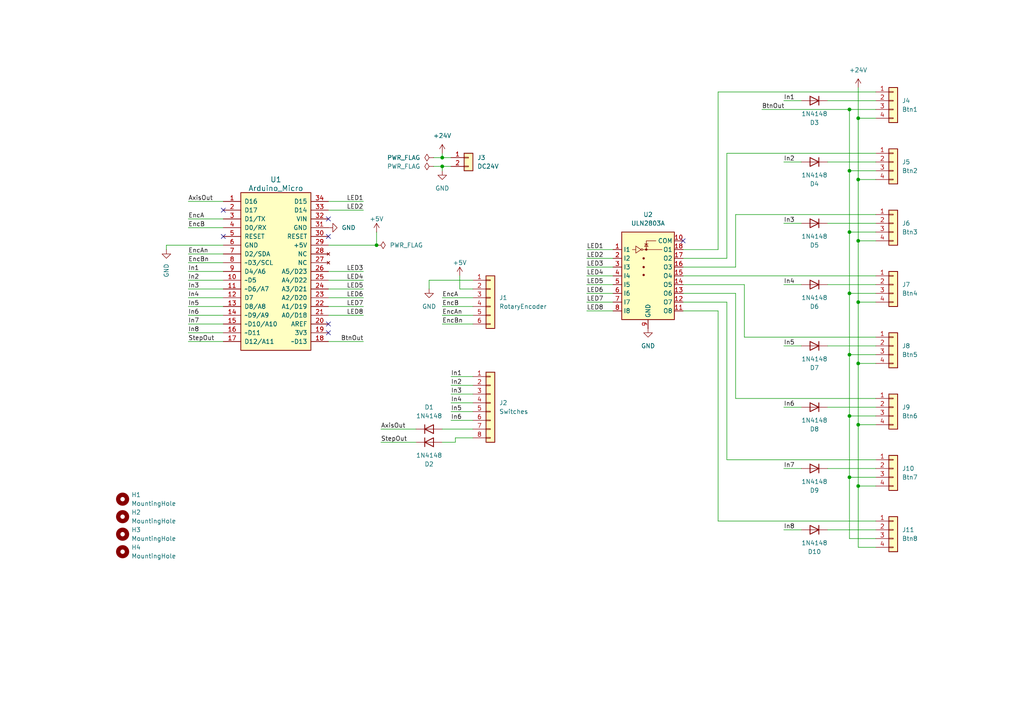
<source format=kicad_sch>
(kicad_sch (version 20231120) (generator "eeschema") (generator_version "8.0")
  (paper "A4")
  (lib_symbols
    (symbol "Arduino:Arduino_Micro" (pin_names (offset 1.016))
      (property "Reference" "U" (at -10.16 26.67 0))
      (property "Value" "Arduino_Micro" (at -2.54 24.13 0))
      (symbol "Arduino_Micro_0_1"
        (rectangle (start -10.16 22.86) (end 10.16 -22.86) (stroke (width 0.254)) (fill (type background)))
      )
      (symbol "Arduino_Micro_1_1"
        (pin bidirectional line (at -15.24 20.32 0) (length 5.08) (name "D16") (number "1"))
        (pin bidirectional line (at -15.24 -2.54 0) (length 5.08) (name "~D5") (number "10"))
        (pin bidirectional line (at -15.24 -5.08 0) (length 5.08) (name "~D6/A7") (number "11"))
        (pin bidirectional line (at -15.24 -7.62 0) (length 5.08) (name "D7") (number "12"))
        (pin bidirectional line (at -15.24 -10.16 0) (length 5.08) (name "D8/A8") (number "13"))
        (pin bidirectional line (at -15.24 -12.7 0) (length 5.08) (name "~D9/A9") (number "14"))
        (pin bidirectional line (at -15.24 -15.24 0) (length 5.08) (name "~D10/A10") (number "15"))
        (pin bidirectional line (at -15.24 -17.78 0) (length 5.08) (name "~D11") (number "16"))
        (pin bidirectional line (at -15.24 -20.32 0) (length 5.08) (name "D12/A11") (number "17"))
        (pin bidirectional line (at 15.24 -20.32 180) (length 5.08) (name "~D13") (number "18"))
        (pin power_out line (at 15.24 -17.78 180) (length 5.08) (name "3V3") (number "19"))
        (pin bidirectional line (at -15.24 17.78 0) (length 5.08) (name "D17") (number "2"))
        (pin input line (at 15.24 -15.24 180) (length 5.08) (name "AREF") (number "20"))
        (pin bidirectional line (at 15.24 -12.7 180) (length 5.08) (name "A0/D18") (number "21"))
        (pin bidirectional line (at 15.24 -10.16 180) (length 5.08) (name "A1/D19") (number "22"))
        (pin bidirectional line (at 15.24 -7.62 180) (length 5.08) (name "A2/D20") (number "23"))
        (pin bidirectional line (at 15.24 -5.08 180) (length 5.08) (name "A3/D21") (number "24"))
        (pin bidirectional line (at 15.24 -2.54 180) (length 5.08) (name "A4/D22") (number "25"))
        (pin bidirectional line (at 15.24 0 180) (length 5.08) (name "A5/D23") (number "26"))
        (pin no_connect line (at 15.24 2.54 180) (length 5.08) (name "NC") (number "27"))
        (pin no_connect line (at 15.24 5.08 180) (length 5.08) (name "NC") (number "28"))
        (pin power_in line (at 15.24 7.62 180) (length 5.08) (name "+5V") (number "29"))
        (pin bidirectional line (at -15.24 15.24 0) (length 5.08) (name "D1/TX") (number "3"))
        (pin input line (at 15.24 10.16 180) (length 5.08) (name "RESET") (number "30"))
        (pin power_in line (at 15.24 12.7 180) (length 5.08) (name "GND") (number "31"))
        (pin power_out line (at 15.24 15.24 180) (length 5.08) (name "VIN") (number "32"))
        (pin bidirectional line (at 15.24 17.78 180) (length 5.08) (name "D14") (number "33"))
        (pin bidirectional line (at 15.24 20.32 180) (length 5.08) (name "D15") (number "34"))
        (pin bidirectional line (at -15.24 12.7 0) (length 5.08) (name "D0/RX") (number "4"))
        (pin input line (at -15.24 10.16 0) (length 5.08) (name "RESET") (number "5"))
        (pin power_in line (at -15.24 7.62 0) (length 5.08) (name "GND") (number "6"))
        (pin bidirectional line (at -15.24 5.08 0) (length 5.08) (name "D2/SDA") (number "7"))
        (pin bidirectional line (at -15.24 2.54 0) (length 5.08) (name "~D3/SCL") (number "8"))
        (pin bidirectional line (at -15.24 0 0) (length 5.08) (name "D4/A6") (number "9"))
      )
    )
    (symbol "Connector_Generic:Conn_01x02" (pin_names (offset 1.016) hide)
      (property "Reference" "J" (at 0 2.54 0))
      (property "Value" "Conn_01x02" (at 0 -5.08 0))
      (symbol "Conn_01x02_1_1"
        (rectangle (start -1.27 -2.413) (end 0 -2.667) (stroke (width 0.1524)))
        (rectangle (start -1.27 0.127) (end 0 -0.127) (stroke (width 0.1524)))
        (rectangle (start -1.27 1.27) (end 1.27 -3.81) (stroke (width 0.254)) (fill (type background)))
        (pin passive line (at -5.08 0 0) (length 3.81) (name "Pin_1") (number "1"))
        (pin passive line (at -5.08 -2.54 0) (length 3.81) (name "Pin_2") (number "2"))
      )
    )
    (symbol "Connector_Generic:Conn_01x04" (pin_names (offset 1.016) hide)
      (property "Reference" "J" (at 0 5.08 0))
      (property "Value" "Conn_01x04" (at 0 -7.62 0))
      (symbol "Conn_01x04_1_1"
        (rectangle (start -1.27 -4.953) (end 0 -5.207) (stroke (width 0.1524)))
        (rectangle (start -1.27 -2.413) (end 0 -2.667) (stroke (width 0.1524)))
        (rectangle (start -1.27 0.127) (end 0 -0.127) (stroke (width 0.1524)))
        (rectangle (start -1.27 2.667) (end 0 2.413) (stroke (width 0.1524)))
        (rectangle (start -1.27 3.81) (end 1.27 -6.35) (stroke (width 0.254)) (fill (type background)))
        (pin passive line (at -5.08 2.54 0) (length 3.81) (name "Pin_1") (number "1"))
        (pin passive line (at -5.08 0 0) (length 3.81) (name "Pin_2") (number "2"))
        (pin passive line (at -5.08 -2.54 0) (length 3.81) (name "Pin_3") (number "3"))
        (pin passive line (at -5.08 -5.08 0) (length 3.81) (name "Pin_4") (number "4"))
      )
    )
    (symbol "Connector_Generic:Conn_01x06" (pin_names (offset 1.016) hide)
      (property "Reference" "J" (at 0 7.62 0))
      (property "Value" "Conn_01x06" (at 0 -10.16 0))
      (symbol "Conn_01x06_1_1"
        (rectangle (start -1.27 -7.493) (end 0 -7.747) (stroke (width 0.1524)))
        (rectangle (start -1.27 -4.953) (end 0 -5.207) (stroke (width 0.1524)))
        (rectangle (start -1.27 -2.413) (end 0 -2.667) (stroke (width 0.1524)))
        (rectangle (start -1.27 0.127) (end 0 -0.127) (stroke (width 0.1524)))
        (rectangle (start -1.27 2.667) (end 0 2.413) (stroke (width 0.1524)))
        (rectangle (start -1.27 5.207) (end 0 4.953) (stroke (width 0.1524)))
        (rectangle (start -1.27 6.35) (end 1.27 -8.89) (stroke (width 0.254)) (fill (type background)))
        (pin passive line (at -5.08 5.08 0) (length 3.81) (name "Pin_1") (number "1"))
        (pin passive line (at -5.08 2.54 0) (length 3.81) (name "Pin_2") (number "2"))
        (pin passive line (at -5.08 0 0) (length 3.81) (name "Pin_3") (number "3"))
        (pin passive line (at -5.08 -2.54 0) (length 3.81) (name "Pin_4") (number "4"))
        (pin passive line (at -5.08 -5.08 0) (length 3.81) (name "Pin_5") (number "5"))
        (pin passive line (at -5.08 -7.62 0) (length 3.81) (name "Pin_6") (number "6"))
      )
    )
    (symbol "Connector_Generic:Conn_01x08" (pin_names (offset 1.016) hide)
      (property "Reference" "J" (at 0 10.16 0))
      (property "Value" "Conn_01x08" (at 0 -12.7 0))
      (symbol "Conn_01x08_1_1"
        (rectangle (start -1.27 -10.033) (end 0 -10.287) (stroke (width 0.1524)))
        (rectangle (start -1.27 -7.493) (end 0 -7.747) (stroke (width 0.1524)))
        (rectangle (start -1.27 -4.953) (end 0 -5.207) (stroke (width 0.1524)))
        (rectangle (start -1.27 -2.413) (end 0 -2.667) (stroke (width 0.1524)))
        (rectangle (start -1.27 0.127) (end 0 -0.127) (stroke (width 0.1524)))
        (rectangle (start -1.27 2.667) (end 0 2.413) (stroke (width 0.1524)))
        (rectangle (start -1.27 5.207) (end 0 4.953) (stroke (width 0.1524)))
        (rectangle (start -1.27 7.747) (end 0 7.493) (stroke (width 0.1524)))
        (rectangle (start -1.27 8.89) (end 1.27 -11.43) (stroke (width 0.254)) (fill (type background)))
        (pin passive line (at -5.08 7.62 0) (length 3.81) (name "Pin_1") (number "1"))
        (pin passive line (at -5.08 5.08 0) (length 3.81) (name "Pin_2") (number "2"))
        (pin passive line (at -5.08 2.54 0) (length 3.81) (name "Pin_3") (number "3"))
        (pin passive line (at -5.08 0 0) (length 3.81) (name "Pin_4") (number "4"))
        (pin passive line (at -5.08 -2.54 0) (length 3.81) (name "Pin_5") (number "5"))
        (pin passive line (at -5.08 -5.08 0) (length 3.81) (name "Pin_6") (number "6"))
        (pin passive line (at -5.08 -7.62 0) (length 3.81) (name "Pin_7") (number "7"))
        (pin passive line (at -5.08 -10.16 0) (length 3.81) (name "Pin_8") (number "8"))
      )
    )
    (symbol "Diode:1N4148" (pin_numbers hide) (pin_names hide)
      (property "Reference" "D" (at 0 2.54 0))
      (property "Value" "1N4148" (at 0 -2.54 0))
      (symbol "1N4148_0_1"
        (polyline (pts (xy -1.27 1.27) (xy -1.27 -1.27)) (stroke (width 0.254)))
        (polyline (pts (xy 1.27 0) (xy -1.27 0)))
        (polyline (pts (xy 1.27 1.27) (xy 1.27 -1.27) (xy -1.27 0) (xy 1.27 1.27)) (stroke (width 0.254)))
      )
      (symbol "1N4148_1_1"
        (pin passive line (at -3.81 0 0) (length 2.54) (name "K") (number "1"))
        (pin passive line (at 3.81 0 180) (length 2.54) (name "A") (number "2"))
      )
    )
    (symbol "Mechanical:MountingHole" (pin_names (offset 1.016))
      (property "Reference" "H" (at 0 5.08 0))
      (property "Value" "MountingHole" (at 0 3.175 0))
      (symbol "MountingHole_0_1"
        (circle (center 0 0) (radius 1.27) (stroke (width 1.27)))
      )
    )
    (symbol "Transistor_Array:ULN2803A"
      (property "Reference" "U" (at 0 13.335 0))
      (property "Value" "ULN2803A" (at 0 11.43 0))
      (symbol "ULN2803A_0_1"
        (rectangle (start -7.62 -15.24) (end 7.62 10.16) (stroke (width 0.254)) (fill (type background)))
        (circle (center -1.778 5.08) (radius 0.254))
        (circle (center -1.27 -2.286) (radius 0.254) (fill (type outline)))
        (circle (center -1.27 0) (radius 0.254) (fill (type outline)))
        (circle (center -1.27 2.54) (radius 0.254) (fill (type outline)))
        (circle (center -0.508 5.08) (radius 0.254) (fill (type outline)))
        (polyline (pts (xy -4.572 5.08) (xy -3.556 5.08)))
        (polyline (pts (xy -1.524 5.08) (xy 4.064 5.08)))
        (polyline (pts (xy 0 6.731) (xy -1.016 6.731)))
        (polyline (pts (xy -0.508 5.08) (xy -0.508 7.62) (xy 2.286 7.62)))
        (polyline (pts (xy -3.556 6.096) (xy -3.556 4.064) (xy -2.032 5.08) (xy -3.556 6.096)))
        (polyline (pts (xy 0 5.969) (xy -1.016 5.969) (xy -0.508 6.731) (xy 0 5.969)))
      )
      (symbol "ULN2803A_1_1"
        (pin input line (at -10.16 5.08 0) (length 2.54) (name "I1") (number "1"))
        (pin passive line (at 10.16 7.62 180) (length 2.54) (name "COM") (number "10"))
        (pin open_collector line (at 10.16 -12.7 180) (length 2.54) (name "O8") (number "11"))
        (pin open_collector line (at 10.16 -10.16 180) (length 2.54) (name "O7") (number "12"))
        (pin open_collector line (at 10.16 -7.62 180) (length 2.54) (name "O6") (number "13"))
        (pin open_collector line (at 10.16 -5.08 180) (length 2.54) (name "O5") (number "14"))
        (pin open_collector line (at 10.16 -2.54 180) (length 2.54) (name "O4") (number "15"))
        (pin open_collector line (at 10.16 0 180) (length 2.54) (name "O3") (number "16"))
        (pin open_collector line (at 10.16 2.54 180) (length 2.54) (name "O2") (number "17"))
        (pin open_collector line (at 10.16 5.08 180) (length 2.54) (name "O1") (number "18"))
        (pin input line (at -10.16 2.54 0) (length 2.54) (name "I2") (number "2"))
        (pin input line (at -10.16 0 0) (length 2.54) (name "I3") (number "3"))
        (pin input line (at -10.16 -2.54 0) (length 2.54) (name "I4") (number "4"))
        (pin input line (at -10.16 -5.08 0) (length 2.54) (name "I5") (number "5"))
        (pin input line (at -10.16 -7.62 0) (length 2.54) (name "I6") (number "6"))
        (pin input line (at -10.16 -10.16 0) (length 2.54) (name "I7") (number "7"))
        (pin input line (at -10.16 -12.7 0) (length 2.54) (name "I8") (number "8"))
        (pin power_in line (at 0 -17.78 90) (length 2.54) (name "GND") (number "9"))
      )
    )
    (symbol "power:+24V" (power) (pin_numbers hide) (pin_names (offset 0) hide)
      (property "Value" "+24V" (at 0 3.556 0))
      (symbol "+24V_0_1"
        (polyline (pts (xy -0.762 1.27) (xy 0 2.54)))
        (polyline (pts (xy 0 0) (xy 0 2.54)))
        (polyline (pts (xy 0 2.54) (xy 0.762 1.27)))
      )
      (symbol "+24V_1_1"
        (pin power_in line (at 0 0 90) (length 0) (name "~") (number "1"))
      )
    )
    (symbol "power:+5V" (power) (pin_numbers hide) (pin_names (offset 0) hide)
      (property "Value" "+5V" (at 0 3.556 0))
      (symbol "+5V_0_1"
        (polyline (pts (xy -0.762 1.27) (xy 0 2.54)))
        (polyline (pts (xy 0 0) (xy 0 2.54)))
        (polyline (pts (xy 0 2.54) (xy 0.762 1.27)))
      )
      (symbol "+5V_1_1"
        (pin power_in line (at 0 0 90) (length 0) (name "~") (number "1"))
      )
    )
    (symbol "power:GND" (power) (pin_numbers hide) (pin_names (offset 0) hide)
      (property "Value" "GND" (at 0 -3.81 0))
      (symbol "GND_0_1"
        (polyline (pts (xy 0 0) (xy 0 -1.27) (xy 1.27 -1.27) (xy 0 -2.54) (xy -1.27 -1.27) (xy 0 -1.27)))
      )
      (symbol "GND_1_1"
        (pin power_in line (at 0 0 270) (length 0) (name "~") (number "1"))
      )
    )
    (symbol "power:PWR_FLAG" (power) (pin_numbers hide) (pin_names (offset 0) hide)
      (property "Value" "PWR_FLAG" (at 0 3.81 0))
      (symbol "PWR_FLAG_0_0"
        (pin power_out line (at 0 0 90) (length 0) (name "~") (number "1"))
      )
      (symbol "PWR_FLAG_0_1"
        (polyline (pts (xy 0 0) (xy 0 1.27) (xy -1.016 1.905) (xy 0 2.54) (xy 1.016 1.905) (xy 0 1.27)))
      )
    )
  )
  (junction (at 246.38 49.53))
  (junction (at 248.92 34.29))
  (junction (at 246.38 102.87))
  (junction (at 248.92 105.41))
  (junction (at 246.38 138.43))
  (junction (at 248.92 140.97))
  (junction (at 248.92 123.19))
  (junction (at 248.92 52.07))
  (junction (at 248.92 69.85))
  (junction (at 246.38 120.65))
  (junction (at 246.38 67.31))
  (junction (at 128.27 45.72))
  (junction (at 109.22 71.12))
  (junction (at 128.27 48.26))
  (junction (at 246.38 85.09))
  (junction (at 246.38 31.75))
  (junction (at 248.92 87.63))
  (no_connect (at 95.25 96.52))
  (no_connect (at 95.25 63.5))
  (no_connect (at 95.25 68.58))
  (no_connect (at 64.77 68.58))
  (no_connect (at 64.77 60.96))
  (no_connect (at 95.25 93.98))
  (no_connect (at 198.12 69.85))
  (wire (pts (xy 254 151.13) (xy 208.28 151.13)))
  (wire (pts (xy 248.92 123.19) (xy 254 123.19)))
  (wire (pts (xy 246.38 120.65) (xy 254 120.65)))
  (wire (pts (xy 95.25 58.42) (xy 105.41 58.42)))
  (wire (pts (xy 240.03 153.67) (xy 254 153.67)))
  (wire (pts (xy 248.92 25.4) (xy 248.92 34.29)))
  (wire (pts (xy 215.9 82.55) (xy 215.9 97.79)))
  (wire (pts (xy 198.12 80.01) (xy 254 80.01)))
  (wire (pts (xy 54.61 93.98) (xy 64.77 93.98)))
  (wire (pts (xy 125.73 48.26) (xy 128.27 48.26)))
  (wire (pts (xy 132.08 127) (xy 137.16 127)))
  (wire (pts (xy 208.28 90.17) (xy 198.12 90.17)))
  (wire (pts (xy 128.27 86.36) (xy 137.16 86.36)))
  (wire (pts (xy 240.03 135.89) (xy 254 135.89)))
  (wire (pts (xy 240.03 82.55) (xy 254 82.55)))
  (wire (pts (xy 54.61 96.52) (xy 64.77 96.52)))
  (wire (pts (xy 246.38 120.65) (xy 246.38 138.43)))
  (wire (pts (xy 110.49 128.27) (xy 120.65 128.27)))
  (wire (pts (xy 227.33 135.89) (xy 232.41 135.89)))
  (wire (pts (xy 95.25 78.74) (xy 105.41 78.74)))
  (wire (pts (xy 213.36 115.57) (xy 213.36 85.09)))
  (wire (pts (xy 246.38 138.43) (xy 246.38 156.21)))
  (wire (pts (xy 124.46 81.28) (xy 137.16 81.28)))
  (wire (pts (xy 248.92 69.85) (xy 254 69.85)))
  (wire (pts (xy 210.82 87.63) (xy 210.82 133.35)))
  (wire (pts (xy 128.27 44.45) (xy 128.27 45.72)))
  (wire (pts (xy 240.03 29.21) (xy 254 29.21)))
  (wire (pts (xy 240.03 100.33) (xy 254 100.33)))
  (wire (pts (xy 240.03 64.77) (xy 254 64.77)))
  (wire (pts (xy 240.03 46.99) (xy 254 46.99)))
  (wire (pts (xy 210.82 44.45) (xy 210.82 74.93)))
  (wire (pts (xy 213.36 77.47) (xy 198.12 77.47)))
  (wire (pts (xy 95.25 99.06) (xy 105.41 99.06)))
  (wire (pts (xy 198.12 82.55) (xy 215.9 82.55)))
  (wire (pts (xy 170.18 90.17) (xy 177.8 90.17)))
  (wire (pts (xy 128.27 45.72) (xy 130.81 45.72)))
  (wire (pts (xy 227.33 118.11) (xy 232.41 118.11)))
  (wire (pts (xy 48.26 72.39) (xy 48.26 71.12)))
  (wire (pts (xy 128.27 48.26) (xy 130.81 48.26)))
  (wire (pts (xy 95.25 81.28) (xy 105.41 81.28)))
  (wire (pts (xy 248.92 34.29) (xy 248.92 52.07)))
  (wire (pts (xy 54.61 81.28) (xy 64.77 81.28)))
  (wire (pts (xy 132.08 127) (xy 132.08 128.27)))
  (wire (pts (xy 246.38 49.53) (xy 246.38 67.31)))
  (wire (pts (xy 227.33 82.55) (xy 232.41 82.55)))
  (wire (pts (xy 54.61 83.82) (xy 64.77 83.82)))
  (wire (pts (xy 95.25 71.12) (xy 109.22 71.12)))
  (wire (pts (xy 227.33 29.21) (xy 232.41 29.21)))
  (wire (pts (xy 240.03 118.11) (xy 254 118.11)))
  (wire (pts (xy 54.61 76.2) (xy 64.77 76.2)))
  (wire (pts (xy 170.18 77.47) (xy 177.8 77.47)))
  (wire (pts (xy 254 44.45) (xy 210.82 44.45)))
  (wire (pts (xy 128.27 88.9) (xy 137.16 88.9)))
  (wire (pts (xy 227.33 153.67) (xy 232.41 153.67)))
  (wire (pts (xy 220.98 31.75) (xy 246.38 31.75)))
  (wire (pts (xy 95.25 88.9) (xy 105.41 88.9)))
  (wire (pts (xy 128.27 91.44) (xy 137.16 91.44)))
  (wire (pts (xy 170.18 80.01) (xy 177.8 80.01)))
  (wire (pts (xy 125.73 45.72) (xy 128.27 45.72)))
  (wire (pts (xy 208.28 72.39) (xy 198.12 72.39)))
  (wire (pts (xy 246.38 49.53) (xy 254 49.53)))
  (wire (pts (xy 54.61 91.44) (xy 64.77 91.44)))
  (wire (pts (xy 95.25 60.96) (xy 105.41 60.96)))
  (wire (pts (xy 246.38 156.21) (xy 254 156.21)))
  (wire (pts (xy 210.82 74.93) (xy 198.12 74.93)))
  (wire (pts (xy 95.25 83.82) (xy 105.41 83.82)))
  (wire (pts (xy 54.61 78.74) (xy 64.77 78.74)))
  (wire (pts (xy 170.18 82.55) (xy 177.8 82.55)))
  (wire (pts (xy 130.81 116.84) (xy 137.16 116.84)))
  (wire (pts (xy 198.12 87.63) (xy 210.82 87.63)))
  (wire (pts (xy 213.36 85.09) (xy 198.12 85.09)))
  (wire (pts (xy 248.92 52.07) (xy 248.92 69.85)))
  (wire (pts (xy 248.92 34.29) (xy 254 34.29)))
  (wire (pts (xy 248.92 105.41) (xy 248.92 123.19)))
  (wire (pts (xy 215.9 97.79) (xy 254 97.79)))
  (wire (pts (xy 130.81 111.76) (xy 137.16 111.76)))
  (wire (pts (xy 248.92 140.97) (xy 248.92 158.75)))
  (wire (pts (xy 128.27 124.46) (xy 137.16 124.46)))
  (wire (pts (xy 95.25 86.36) (xy 105.41 86.36)))
  (wire (pts (xy 130.81 121.92) (xy 137.16 121.92)))
  (wire (pts (xy 248.92 123.19) (xy 248.92 140.97)))
  (wire (pts (xy 48.26 71.12) (xy 64.77 71.12)))
  (wire (pts (xy 54.61 86.36) (xy 64.77 86.36)))
  (wire (pts (xy 54.61 73.66) (xy 64.77 73.66)))
  (wire (pts (xy 128.27 49.53) (xy 128.27 48.26)))
  (wire (pts (xy 54.61 63.5) (xy 64.77 63.5)))
  (wire (pts (xy 246.38 85.09) (xy 254 85.09)))
  (wire (pts (xy 130.81 109.22) (xy 137.16 109.22)))
  (wire (pts (xy 246.38 67.31) (xy 254 67.31)))
  (wire (pts (xy 54.61 88.9) (xy 64.77 88.9)))
  (wire (pts (xy 248.92 105.41) (xy 254 105.41)))
  (wire (pts (xy 54.61 99.06) (xy 64.77 99.06)))
  (wire (pts (xy 248.92 87.63) (xy 248.92 105.41)))
  (wire (pts (xy 248.92 69.85) (xy 248.92 87.63)))
  (wire (pts (xy 213.36 115.57) (xy 254 115.57)))
  (wire (pts (xy 246.38 85.09) (xy 246.38 102.87)))
  (wire (pts (xy 248.92 87.63) (xy 254 87.63)))
  (wire (pts (xy 170.18 74.93) (xy 177.8 74.93)))
  (wire (pts (xy 54.61 66.04) (xy 64.77 66.04)))
  (wire (pts (xy 54.61 58.42) (xy 64.77 58.42)))
  (wire (pts (xy 95.25 91.44) (xy 105.41 91.44)))
  (wire (pts (xy 227.33 100.33) (xy 232.41 100.33)))
  (wire (pts (xy 248.92 52.07) (xy 254 52.07)))
  (wire (pts (xy 246.38 102.87) (xy 246.38 120.65)))
  (wire (pts (xy 213.36 62.23) (xy 213.36 77.47)))
  (wire (pts (xy 227.33 64.77) (xy 232.41 64.77)))
  (wire (pts (xy 254 133.35) (xy 210.82 133.35)))
  (wire (pts (xy 246.38 31.75) (xy 254 31.75)))
  (wire (pts (xy 227.33 46.99) (xy 232.41 46.99)))
  (wire (pts (xy 133.35 83.82) (xy 137.16 83.82)))
  (wire (pts (xy 170.18 87.63) (xy 177.8 87.63)))
  (wire (pts (xy 254 62.23) (xy 213.36 62.23)))
  (wire (pts (xy 130.81 119.38) (xy 137.16 119.38)))
  (wire (pts (xy 170.18 72.39) (xy 177.8 72.39)))
  (wire (pts (xy 170.18 85.09) (xy 177.8 85.09)))
  (wire (pts (xy 246.38 67.31) (xy 246.38 85.09)))
  (wire (pts (xy 246.38 102.87) (xy 254 102.87)))
  (wire (pts (xy 208.28 90.17) (xy 208.28 151.13)))
  (wire (pts (xy 109.22 71.12) (xy 109.22 67.31)))
  (wire (pts (xy 246.38 31.75) (xy 246.38 49.53)))
  (wire (pts (xy 130.81 114.3) (xy 137.16 114.3)))
  (wire (pts (xy 124.46 83.82) (xy 124.46 81.28)))
  (wire (pts (xy 246.38 138.43) (xy 254 138.43)))
  (wire (pts (xy 248.92 140.97) (xy 254 140.97)))
  (wire (pts (xy 128.27 93.98) (xy 137.16 93.98)))
  (wire (pts (xy 254 26.67) (xy 208.28 26.67)))
  (wire (pts (xy 208.28 26.67) (xy 208.28 72.39)))
  (wire (pts (xy 110.49 124.46) (xy 120.65 124.46)))
  (wire (pts (xy 133.35 80.01) (xy 133.35 83.82)))
  (wire (pts (xy 248.92 158.75) (xy 254 158.75)))
  (wire (pts (xy 132.08 128.27) (xy 128.27 128.27)))
  (label "In2" (at 130.81 111.76 0))
  (label "LED8" (at 170.18 90.17 0))
  (label "In5" (at 227.33 100.33 0))
  (label "EncBn" (at 54.61 76.2 0))
  (label "In8" (at 227.33 153.67 0))
  (label "In1" (at 54.61 78.74 0))
  (label "EncB" (at 128.27 88.9 0))
  (label "LED1" (at 170.18 72.39 0))
  (label "In4" (at 54.61 86.36 0))
  (label "LED7" (at 170.18 87.63 0))
  (label "In6" (at 130.81 121.92 0))
  (label "LED8" (at 105.41 91.44 180))
  (label "In6" (at 227.33 118.11 0))
  (label "StepOut" (at 110.49 128.27 0))
  (label "In5" (at 130.81 119.38 0))
  (label "In4" (at 227.33 82.55 0))
  (label "LED6" (at 105.41 86.36 180))
  (label "In3" (at 130.81 114.3 0))
  (label "EncA" (at 128.27 86.36 0))
  (label "EncBn" (at 128.27 93.98 0))
  (label "In4" (at 130.81 116.84 0))
  (label "AxisOut" (at 110.49 124.46 0))
  (label "AxisOut" (at 54.61 58.42 0))
  (label "BtnOut" (at 105.41 99.06 180))
  (label "LED3" (at 105.41 78.74 180))
  (label "LED4" (at 105.41 81.28 180))
  (label "EncAn" (at 128.27 91.44 0))
  (label "In2" (at 227.33 46.99 0))
  (label "In7" (at 227.33 135.89 0))
  (label "LED2" (at 170.18 74.93 0))
  (label "LED5" (at 170.18 82.55 0))
  (label "In3" (at 227.33 64.77 0))
  (label "In1" (at 227.33 29.21 0))
  (label "In1" (at 130.81 109.22 0))
  (label "In3" (at 54.61 83.82 0))
  (label "BtnOut" (at 220.98 31.75 0))
  (label "In6" (at 54.61 91.44 0))
  (label "LED7" (at 105.41 88.9 180))
  (label "LED1" (at 105.41 58.42 180))
  (label "LED2" (at 105.41 60.96 180))
  (label "In5" (at 54.61 88.9 0))
  (label "EncAn" (at 54.61 73.66 0))
  (label "EncA" (at 54.61 63.5 0))
  (label "EncB" (at 54.61 66.04 0))
  (label "LED6" (at 170.18 85.09 0))
  (label "In2" (at 54.61 81.28 0))
  (label "LED5" (at 105.41 83.82 180))
  (label "In8" (at 54.61 96.52 0))
  (label "LED4" (at 170.18 80.01 0))
  (label "StepOut" (at 54.61 99.06 0))
  (label "LED3" (at 170.18 77.47 0))
  (label "In7" (at 54.61 93.98 0))
  (symbol (lib_id "power:+5V") (at 133.35 80.01 0) (unit 1)
    (property "Reference" "#PWR05" (effects (hide yes)))
    (property "Value" "+5V" (at 133.35 76.2 0))
    (property "Description" "Power symbol creates a global label with name \"+5V\"" (effects (hide yes)))
  )
  (symbol (lib_id "power:GND") (at 128.27 49.53 0) (unit 1)
    (property "Reference" "#PWR07" (effects (hide yes)))
    (property "Value" "GND" (at 128.27 54.61 0))
    (property "Description" "Power symbol creates a global label with name \"GND\" , ground" (effects (hide yes)))
  )
  (symbol (lib_id "Connector_Generic:Conn_01x04") (at 259.08 135.89 0) (unit 1)
    (property "Reference" "J10" (at 261.62 135.8899 0) (effects (justify left)))
    (property "Value" "Btn7" (at 261.62 138.4299 0) (effects (justify left)))
    (property "Footprint" "Connector_JST:JST_XH_B4B-XH-A_1x04_P2.50mm_Vertical" (effects (hide yes)))
    (property "Description" "Generic connector, single row, 01x04, script generated (kicad-library-utils/schlib/autogen/connector/)" (effects (hide yes)))
  )
  (symbol (lib_id "Mechanical:MountingHole") (at 35.56 149.86 0) (unit 1)
    (property "Reference" "H2" (at 38.1 148.5899 0) (effects (justify left)))
    (property "Value" "MountingHole" (at 38.1 151.1299 0) (effects (justify left)))
    (property "Footprint" "MountingHole:MountingHole_3.2mm_M3" (effects (hide yes)))
    (property "Description" "Mounting Hole without connection" (effects (hide yes)))
  )
  (symbol (lib_id "Diode:1N4148") (at 236.22 64.77 0) (mirror y) (unit 1)
    (property "Reference" "D5" (at 236.22 71.12 0))
    (property "Value" "1N4148" (at 236.22 68.58 0))
    (property "Footprint" "Diode_THT:D_DO-35_SOD27_P7.62mm_Horizontal" (effects (hide yes)))
    (property "Datasheet" "https://assets.nexperia.com/documents/data-sheet/1N4148_1N4448.pdf" (effects (hide yes)))
    (property "Description" "100V 0.15A standard switching diode, DO-35" (effects (hide yes)))
    (property "Sim.Device" "D" (effects (hide yes)))
    (property "Sim.Pins" "1=K 2=A" (effects (hide yes)))
  )
  (symbol (lib_id "Connector_Generic:Conn_01x02") (at 135.89 45.72 0) (unit 1)
    (property "Reference" "J3" (at 138.43 45.7199 0) (effects (justify left)))
    (property "Value" "DC24V" (at 138.43 48.2599 0) (effects (justify left)))
    (property "Footprint" "Connector_PinHeader_2.54mm:PinHeader_1x02_P2.54mm_Vertical" (effects (hide yes)))
    (property "Description" "Generic connector, single row, 01x02, script generated (kicad-library-utils/schlib/autogen/connector/)" (effects (hide yes)))
  )
  (symbol (lib_id "Diode:1N4148") (at 236.22 118.11 0) (mirror y) (unit 1)
    (property "Reference" "D8" (at 236.22 124.46 0))
    (property "Value" "1N4148" (at 236.22 121.92 0))
    (property "Footprint" "Diode_THT:D_DO-35_SOD27_P7.62mm_Horizontal" (effects (hide yes)))
    (property "Datasheet" "https://assets.nexperia.com/documents/data-sheet/1N4148_1N4448.pdf" (effects (hide yes)))
    (property "Description" "100V 0.15A standard switching diode, DO-35" (effects (hide yes)))
    (property "Sim.Device" "D" (effects (hide yes)))
    (property "Sim.Pins" "1=K 2=A" (effects (hide yes)))
  )
  (symbol (lib_id "power:GND") (at 48.26 72.39 0) (unit 1)
    (property "Reference" "#PWR04" (effects (hide yes)))
    (property "Value" "GND" (at 48.26 80.518 90) (effects (justify left)))
    (property "Description" "Power symbol creates a global label with name \"GND\" , ground" (effects (hide yes)))
  )
  (symbol (lib_id "power:GND") (at 124.46 83.82 0) (unit 1)
    (property "Reference" "#PWR06" (effects (hide yes)))
    (property "Value" "GND" (at 124.46 88.9 0))
    (property "Description" "Power symbol creates a global label with name \"GND\" , ground" (effects (hide yes)))
  )
  (symbol (lib_id "Connector_Generic:Conn_01x04") (at 259.08 82.55 0) (unit 1)
    (property "Reference" "J7" (at 261.62 82.5499 0) (effects (justify left)))
    (property "Value" "Btn4" (at 261.62 85.0899 0) (effects (justify left)))
    (property "Footprint" "Connector_JST:JST_XH_B4B-XH-A_1x04_P2.50mm_Vertical" (effects (hide yes)))
    (property "Description" "Generic connector, single row, 01x04, script generated (kicad-library-utils/schlib/autogen/connector/)" (effects (hide yes)))
  )
  (symbol (lib_id "Diode:1N4148") (at 236.22 82.55 0) (mirror y) (unit 1)
    (property "Reference" "D6" (at 236.22 88.9 0))
    (property "Value" "1N4148" (at 236.22 86.36 0))
    (property "Footprint" "Diode_THT:D_DO-35_SOD27_P7.62mm_Horizontal" (effects (hide yes)))
    (property "Datasheet" "https://assets.nexperia.com/documents/data-sheet/1N4148_1N4448.pdf" (effects (hide yes)))
    (property "Description" "100V 0.15A standard switching diode, DO-35" (effects (hide yes)))
    (property "Sim.Device" "D" (effects (hide yes)))
    (property "Sim.Pins" "1=K 2=A" (effects (hide yes)))
  )
  (symbol (lib_id "power:+24V") (at 128.27 44.45 0) (unit 1)
    (property "Reference" "#PWR08" (effects (hide yes)))
    (property "Value" "+24V" (at 128.27 39.37 0))
    (property "Description" "Power symbol creates a global label with name \"+24V\"" (effects (hide yes)))
  )
  (symbol (lib_id "Diode:1N4148") (at 236.22 153.67 0) (mirror y) (unit 1)
    (property "Reference" "D10" (at 236.22 160.02 0))
    (property "Value" "1N4148" (at 236.22 157.48 0))
    (property "Footprint" "Diode_THT:D_DO-35_SOD27_P7.62mm_Horizontal" (effects (hide yes)))
    (property "Datasheet" "https://assets.nexperia.com/documents/data-sheet/1N4148_1N4448.pdf" (effects (hide yes)))
    (property "Description" "100V 0.15A standard switching diode, DO-35" (effects (hide yes)))
    (property "Sim.Device" "D" (effects (hide yes)))
    (property "Sim.Pins" "1=K 2=A" (effects (hide yes)))
  )
  (symbol (lib_id "Diode:1N4148") (at 236.22 46.99 0) (mirror y) (unit 1)
    (property "Reference" "D4" (at 236.22 53.34 0))
    (property "Value" "1N4148" (at 236.22 50.8 0))
    (property "Footprint" "Diode_THT:D_DO-35_SOD27_P7.62mm_Horizontal" (effects (hide yes)))
    (property "Datasheet" "https://assets.nexperia.com/documents/data-sheet/1N4148_1N4448.pdf" (effects (hide yes)))
    (property "Description" "100V 0.15A standard switching diode, DO-35" (effects (hide yes)))
    (property "Sim.Device" "D" (effects (hide yes)))
    (property "Sim.Pins" "1=K 2=A" (effects (hide yes)))
  )
  (symbol (lib_id "Diode:1N4148") (at 124.46 128.27 0) (mirror x) (unit 1)
    (property "Reference" "D2" (at 124.46 134.62 0))
    (property "Value" "1N4148" (at 124.46 132.08 0))
    (property "Footprint" "Diode_THT:D_DO-35_SOD27_P7.62mm_Horizontal" (effects (hide yes)))
    (property "Datasheet" "https://assets.nexperia.com/documents/data-sheet/1N4148_1N4448.pdf" (effects (hide yes)))
    (property "Description" "100V 0.15A standard switching diode, DO-35" (effects (hide yes)))
    (property "Sim.Device" "D" (effects (hide yes)))
    (property "Sim.Pins" "1=K 2=A" (effects (hide yes)))
  )
  (symbol (lib_id "Diode:1N4148") (at 124.46 124.46 0) (mirror x) (unit 1)
    (property "Reference" "D1" (at 124.46 118.11 0))
    (property "Value" "1N4148" (at 124.46 120.65 0))
    (property "Footprint" "Diode_THT:D_DO-35_SOD27_P7.62mm_Horizontal" (effects (hide yes)))
    (property "Datasheet" "https://assets.nexperia.com/documents/data-sheet/1N4148_1N4448.pdf" (effects (hide yes)))
    (property "Description" "100V 0.15A standard switching diode, DO-35" (effects (hide yes)))
    (property "Sim.Device" "D" (effects (hide yes)))
    (property "Sim.Pins" "1=K 2=A" (effects (hide yes)))
  )
  (symbol (lib_id "Diode:1N4148") (at 236.22 100.33 0) (mirror y) (unit 1)
    (property "Reference" "D7" (at 236.22 106.68 0))
    (property "Value" "1N4148" (at 236.22 104.14 0))
    (property "Footprint" "Diode_THT:D_DO-35_SOD27_P7.62mm_Horizontal" (effects (hide yes)))
    (property "Datasheet" "https://assets.nexperia.com/documents/data-sheet/1N4148_1N4448.pdf" (effects (hide yes)))
    (property "Description" "100V 0.15A standard switching diode, DO-35" (effects (hide yes)))
    (property "Sim.Device" "D" (effects (hide yes)))
    (property "Sim.Pins" "1=K 2=A" (effects (hide yes)))
  )
  (symbol (lib_id "Diode:1N4148") (at 236.22 29.21 0) (mirror y) (unit 1)
    (property "Reference" "D3" (at 236.22 35.56 0))
    (property "Value" "1N4148" (at 236.22 33.02 0))
    (property "Footprint" "Diode_THT:D_DO-35_SOD27_P7.62mm_Horizontal" (effects (hide yes)))
    (property "Datasheet" "https://assets.nexperia.com/documents/data-sheet/1N4148_1N4448.pdf" (effects (hide yes)))
    (property "Description" "100V 0.15A standard switching diode, DO-35" (effects (hide yes)))
    (property "Sim.Device" "D" (effects (hide yes)))
    (property "Sim.Pins" "1=K 2=A" (effects (hide yes)))
  )
  (symbol (lib_id "Mechanical:MountingHole") (at 35.56 160.02 0) (unit 1)
    (property "Reference" "H4" (at 38.1 158.7499 0) (effects (justify left)))
    (property "Value" "MountingHole" (at 38.1 161.2899 0) (effects (justify left)))
    (property "Footprint" "MountingHole:MountingHole_3.2mm_M3" (effects (hide yes)))
    (property "Description" "Mounting Hole without connection" (effects (hide yes)))
  )
  (symbol (lib_id "Connector_Generic:Conn_01x04") (at 259.08 46.99 0) (unit 1)
    (property "Reference" "J5" (at 261.62 46.9899 0) (effects (justify left)))
    (property "Value" "Btn2" (at 261.62 49.5299 0) (effects (justify left)))
    (property "Footprint" "Connector_JST:JST_XH_B4B-XH-A_1x04_P2.50mm_Vertical" (effects (hide yes)))
    (property "Description" "Generic connector, single row, 01x04, script generated (kicad-library-utils/schlib/autogen/connector/)" (effects (hide yes)))
  )
  (symbol (lib_id "Connector_Generic:Conn_01x04") (at 259.08 64.77 0) (unit 1)
    (property "Reference" "J6" (at 261.62 64.7699 0) (effects (justify left)))
    (property "Value" "Btn3" (at 261.62 67.3099 0) (effects (justify left)))
    (property "Footprint" "Connector_JST:JST_XH_B4B-XH-A_1x04_P2.50mm_Vertical" (effects (hide yes)))
    (property "Description" "Generic connector, single row, 01x04, script generated (kicad-library-utils/schlib/autogen/connector/)" (effects (hide yes)))
  )
  (symbol (lib_id "Mechanical:MountingHole") (at 35.56 144.78 0) (unit 1)
    (property "Reference" "H1" (at 38.1 143.5099 0) (effects (justify left)))
    (property "Value" "MountingHole" (at 38.1 146.0499 0) (effects (justify left)))
    (property "Footprint" "MountingHole:MountingHole_3.2mm_M3" (effects (hide yes)))
    (property "Description" "Mounting Hole without connection" (effects (hide yes)))
  )
  (symbol (lib_id "Connector_Generic:Conn_01x04") (at 259.08 118.11 0) (unit 1)
    (property "Reference" "J9" (at 261.62 118.1099 0) (effects (justify left)))
    (property "Value" "Btn6" (at 261.62 120.6499 0) (effects (justify left)))
    (property "Footprint" "Connector_JST:JST_XH_B4B-XH-A_1x04_P2.50mm_Vertical" (effects (hide yes)))
    (property "Description" "Generic connector, single row, 01x04, script generated (kicad-library-utils/schlib/autogen/connector/)" (effects (hide yes)))
  )
  (symbol (lib_id "power:GND") (at 95.25 66.04 90) (unit 1)
    (property "Reference" "#PWR09" (effects (hide yes)))
    (property "Value" "GND" (at 99.06 66.0399 90) (effects (justify right)))
    (property "Description" "Power symbol creates a global label with name \"GND\" , ground" (effects (hide yes)))
  )
  (symbol (lib_id "Connector_Generic:Conn_01x06") (at 142.24 86.36 0) (unit 1)
    (property "Reference" "J1" (at 144.78 86.3599 0) (effects (justify left)))
    (property "Value" "RotaryEncoder" (at 144.78 88.8999 0) (effects (justify left)))
    (property "Footprint" "Connector_PinHeader_2.54mm:PinHeader_1x06_P2.54mm_Vertical" (effects (hide yes)))
    (property "Description" "Generic connector, single row, 01x06, script generated (kicad-library-utils/schlib/autogen/connector/)" (effects (hide yes)))
  )
  (symbol (lib_id "Connector_Generic:Conn_01x04") (at 259.08 100.33 0) (unit 1)
    (property "Reference" "J8" (at 261.62 100.3299 0) (effects (justify left)))
    (property "Value" "Btn5" (at 261.62 102.8699 0) (effects (justify left)))
    (property "Footprint" "Connector_JST:JST_XH_B4B-XH-A_1x04_P2.50mm_Vertical" (effects (hide yes)))
    (property "Description" "Generic connector, single row, 01x04, script generated (kicad-library-utils/schlib/autogen/connector/)" (effects (hide yes)))
  )
  (symbol (lib_id "Arduino:Arduino_Micro") (at 80.01 78.74 0) (unit 1)
    (property "Reference" "U1" (at 80.01 52.07 0) (effects (font (size 1.524 1.524))))
    (property "Value" "Arduino_Micro" (at 80.01 54.61 0) (effects (font (size 1.524 1.524))))
    (property "Footprint" "Arduino:Arduino_Micro" (effects (hide yes)))
    (property "Datasheet" "https://store.arduino.cc/usa/arduino-micro" (effects (hide yes)))
    (property "Description" "Arduino Micro" (effects (hide yes)))
  )
  (symbol (lib_id "power:+5V") (at 109.22 67.31 0) (unit 1)
    (property "Reference" "#PWR01" (effects (hide yes)))
    (property "Value" "+5V" (at 109.22 63.5 0))
    (property "Description" "Power symbol creates a global label with name \"+5V\"" (effects (hide yes)))
  )
  (symbol (lib_id "Connector_Generic:Conn_01x04") (at 259.08 29.21 0) (unit 1)
    (property "Reference" "J4" (at 261.62 29.2099 0) (effects (justify left)))
    (property "Value" "Btn1" (at 261.62 31.7499 0) (effects (justify left)))
    (property "Footprint" "Connector_JST:JST_XH_B4B-XH-A_1x04_P2.50mm_Vertical" (effects (hide yes)))
    (property "Description" "Generic connector, single row, 01x04, script generated (kicad-library-utils/schlib/autogen/connector/)" (effects (hide yes)))
  )
  (symbol (lib_id "power:GND") (at 187.96 95.25 0) (unit 1)
    (property "Reference" "#PWR011" (effects (hide yes)))
    (property "Value" "GND" (at 187.96 100.33 0))
    (property "Description" "Power symbol creates a global label with name \"GND\" , ground" (effects (hide yes)))
  )
  (symbol (lib_id "Connector_Generic:Conn_01x08") (at 142.24 116.84 0) (unit 1)
    (property "Reference" "J2" (at 144.78 116.8399 0) (effects (justify left)))
    (property "Value" "Switches" (at 144.78 119.3799 0) (effects (justify left)))
    (property "Footprint" "Connector_PinHeader_2.54mm:PinHeader_1x08_P2.54mm_Vertical" (effects (hide yes)))
    (property "Description" "Generic connector, single row, 01x08, script generated (kicad-library-utils/schlib/autogen/connector/)" (effects (hide yes)))
  )
  (symbol (lib_id "Mechanical:MountingHole") (at 35.56 154.94 0) (unit 1)
    (property "Reference" "H3" (at 38.1 153.6699 0) (effects (justify left)))
    (property "Value" "MountingHole" (at 38.1 156.2099 0) (effects (justify left)))
    (property "Footprint" "MountingHole:MountingHole_3.2mm_M3" (effects (hide yes)))
    (property "Description" "Mounting Hole without connection" (effects (hide yes)))
  )
  (symbol (lib_id "power:PWR_FLAG") (at 125.73 48.26 90) (unit 1)
    (property "Reference" "#FLG02" (effects (hide yes)))
    (property "Value" "PWR_FLAG" (at 121.92 48.2599 90) (effects (justify left)))
    (property "Description" "Special symbol for telling ERC where power comes from" (effects (hide yes)))
  )
  (symbol (lib_id "power:PWR_FLAG") (at 109.22 71.12 270) (unit 1)
    (property "Reference" "#FLG03" (effects (hide yes)))
    (property "Value" "PWR_FLAG" (at 113.03 71.1199 90) (effects (justify left)))
    (property "Description" "Special symbol for telling ERC where power comes from" (effects (hide yes)))
  )
  (symbol (lib_id "Diode:1N4148") (at 236.22 135.89 0) (mirror y) (unit 1)
    (property "Reference" "D9" (at 236.22 142.24 0))
    (property "Value" "1N4148" (at 236.22 139.7 0))
    (property "Footprint" "Diode_THT:D_DO-35_SOD27_P7.62mm_Horizontal" (effects (hide yes)))
    (property "Datasheet" "https://assets.nexperia.com/documents/data-sheet/1N4148_1N4448.pdf" (effects (hide yes)))
    (property "Description" "100V 0.15A standard switching diode, DO-35" (effects (hide yes)))
    (property "Sim.Device" "D" (effects (hide yes)))
    (property "Sim.Pins" "1=K 2=A" (effects (hide yes)))
  )
  (symbol (lib_id "power:PWR_FLAG") (at 125.73 45.72 90) (unit 1)
    (property "Reference" "#FLG01" (effects (hide yes)))
    (property "Value" "PWR_FLAG" (at 121.92 45.7199 90) (effects (justify left)))
    (property "Description" "Special symbol for telling ERC where power comes from" (effects (hide yes)))
  )
  (symbol (lib_id "power:+24V") (at 248.92 25.4 0) (unit 1)
    (property "Reference" "#PWR010" (effects (hide yes)))
    (property "Value" "+24V" (at 248.92 20.32 0))
    (property "Description" "Power symbol creates a global label with name \"+24V\"" (effects (hide yes)))
  )
  (symbol (lib_id "Connector_Generic:Conn_01x04") (at 259.08 153.67 0) (unit 1)
    (property "Reference" "J11" (at 261.62 153.6699 0) (effects (justify left)))
    (property "Value" "Btn8" (at 261.62 156.2099 0) (effects (justify left)))
    (property "Footprint" "Connector_JST:JST_XH_B4B-XH-A_1x04_P2.50mm_Vertical" (effects (hide yes)))
    (property "Description" "Generic connector, single row, 01x04, script generated (kicad-library-utils/schlib/autogen/connector/)" (effects (hide yes)))
  )
  (symbol (lib_id "Transistor_Array:ULN2803A") (at 187.96 77.47 0) (unit 1)
    (property "Reference" "U2" (at 187.96 62.23 0))
    (property "Value" "ULN2803A" (at 187.96 64.77 0))
    (property "Footprint" "Package_DIP:DIP-18_W7.62mm" (effects (hide yes)))
    (property "Datasheet" "http://www.ti.com/lit/ds/symlink/uln2803a.pdf" (effects (hide yes)))
    (property "Description" "Darlington Transistor Arrays, SOIC18/DIP18" (effects (hide yes)))
  )
)
</source>
